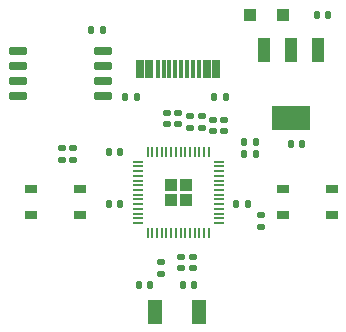
<source format=gbr>
%TF.GenerationSoftware,KiCad,Pcbnew,(6.0.4)*%
%TF.CreationDate,2022-07-20T20:12:39-04:00*%
%TF.ProjectId,Palette_Chip_KiCAD,50616c65-7474-4655-9f43-6869705f4b69,rev?*%
%TF.SameCoordinates,Original*%
%TF.FileFunction,Paste,Top*%
%TF.FilePolarity,Positive*%
%FSLAX46Y46*%
G04 Gerber Fmt 4.6, Leading zero omitted, Abs format (unit mm)*
G04 Created by KiCad (PCBNEW (6.0.4)) date 2022-07-20 20:12:39*
%MOMM*%
%LPD*%
G01*
G04 APERTURE LIST*
G04 Aperture macros list*
%AMRoundRect*
0 Rectangle with rounded corners*
0 $1 Rounding radius*
0 $2 $3 $4 $5 $6 $7 $8 $9 X,Y pos of 4 corners*
0 Add a 4 corners polygon primitive as box body*
4,1,4,$2,$3,$4,$5,$6,$7,$8,$9,$2,$3,0*
0 Add four circle primitives for the rounded corners*
1,1,$1+$1,$2,$3*
1,1,$1+$1,$4,$5*
1,1,$1+$1,$6,$7*
1,1,$1+$1,$8,$9*
0 Add four rect primitives between the rounded corners*
20,1,$1+$1,$2,$3,$4,$5,0*
20,1,$1+$1,$4,$5,$6,$7,0*
20,1,$1+$1,$6,$7,$8,$9,0*
20,1,$1+$1,$8,$9,$2,$3,0*%
G04 Aperture macros list end*
%ADD10R,1.100000X1.100000*%
%ADD11RoundRect,0.140000X-0.140000X-0.170000X0.140000X-0.170000X0.140000X0.170000X-0.140000X0.170000X0*%
%ADD12RoundRect,0.135000X0.185000X-0.135000X0.185000X0.135000X-0.185000X0.135000X-0.185000X-0.135000X0*%
%ADD13R,1.295400X2.006600*%
%ADD14RoundRect,0.050000X0.300000X0.725000X-0.300000X0.725000X-0.300000X-0.725000X0.300000X-0.725000X0*%
%ADD15RoundRect,0.050000X0.150000X0.725000X-0.150000X0.725000X-0.150000X-0.725000X0.150000X-0.725000X0*%
%ADD16RoundRect,0.140000X0.140000X0.170000X-0.140000X0.170000X-0.140000X-0.170000X0.140000X-0.170000X0*%
%ADD17RoundRect,0.135000X-0.185000X0.135000X-0.185000X-0.135000X0.185000X-0.135000X0.185000X0.135000X0*%
%ADD18R,1.050000X0.650000*%
%ADD19RoundRect,0.150000X-0.650000X-0.150000X0.650000X-0.150000X0.650000X0.150000X-0.650000X0.150000X0*%
%ADD20RoundRect,0.140000X-0.170000X0.140000X-0.170000X-0.140000X0.170000X-0.140000X0.170000X0.140000X0*%
%ADD21RoundRect,0.135000X0.135000X0.185000X-0.135000X0.185000X-0.135000X-0.185000X0.135000X-0.185000X0*%
%ADD22RoundRect,0.250000X-0.292217X-0.292217X0.292217X-0.292217X0.292217X0.292217X-0.292217X0.292217X0*%
%ADD23RoundRect,0.050000X-0.387500X-0.050000X0.387500X-0.050000X0.387500X0.050000X-0.387500X0.050000X0*%
%ADD24RoundRect,0.050000X-0.050000X-0.387500X0.050000X-0.387500X0.050000X0.387500X-0.050000X0.387500X0*%
%ADD25RoundRect,0.140000X0.170000X-0.140000X0.170000X0.140000X-0.170000X0.140000X-0.170000X-0.140000X0*%
%ADD26R,1.000000X2.150000*%
%ADD27R,3.250000X2.150000*%
%ADD28RoundRect,0.135000X-0.135000X-0.185000X0.135000X-0.185000X0.135000X0.185000X-0.135000X0.185000X0*%
G04 APERTURE END LIST*
D10*
%TO.C,D14*%
X152275000Y-79450000D03*
X149475000Y-79450000D03*
%TD*%
D11*
%TO.C,C15*%
X152945000Y-90380000D03*
X153905000Y-90380000D03*
%TD*%
D12*
%TO.C,R3*%
X133520000Y-91780000D03*
X133520000Y-90760000D03*
%TD*%
D13*
%TO.C,Y1*%
X145157300Y-104645100D03*
X141452700Y-104645100D03*
%TD*%
D14*
%TO.C,USB1*%
X146630000Y-84062500D03*
X145855000Y-84062500D03*
D15*
X145155000Y-84062500D03*
X144655000Y-84062500D03*
X144155000Y-84062500D03*
X143655000Y-84062500D03*
X143155000Y-84062500D03*
X142655000Y-84062500D03*
X142155000Y-84062500D03*
X141655000Y-84062500D03*
D14*
X140955000Y-84062500D03*
X140180000Y-84062500D03*
%TD*%
D11*
%TO.C,C12*%
X148995000Y-91217500D03*
X149955000Y-91217500D03*
%TD*%
D16*
%TO.C,C16*%
X137005000Y-80790000D03*
X136045000Y-80790000D03*
%TD*%
%TO.C,C10*%
X138485000Y-95497500D03*
X137525000Y-95497500D03*
%TD*%
D17*
%TO.C,R1*%
X141965000Y-100370000D03*
X141965000Y-101390000D03*
%TD*%
D11*
%TO.C,C9*%
X148305000Y-95500000D03*
X149265000Y-95500000D03*
%TD*%
D18*
%TO.C,S2*%
X152245000Y-94225000D03*
X156395000Y-94225000D03*
X152245000Y-96375000D03*
X156395000Y-96375000D03*
%TD*%
D12*
%TO.C,R4*%
X134500000Y-91780000D03*
X134500000Y-90760000D03*
%TD*%
D19*
%TO.C,U2*%
X129805000Y-82525000D03*
X129805000Y-83795000D03*
X129805000Y-85065000D03*
X129805000Y-86335000D03*
X137005000Y-86335000D03*
X137005000Y-85065000D03*
X137005000Y-83795000D03*
X137005000Y-82525000D03*
%TD*%
D20*
%TO.C,C11*%
X143595000Y-99930000D03*
X143595000Y-100890000D03*
%TD*%
D17*
%TO.C,R7*%
X145375000Y-88055000D03*
X145375000Y-89075000D03*
%TD*%
D12*
%TO.C,R2*%
X150440000Y-97400000D03*
X150440000Y-96380000D03*
%TD*%
D16*
%TO.C,C3*%
X144725000Y-102320000D03*
X143765000Y-102320000D03*
%TD*%
D11*
%TO.C,C14*%
X155125000Y-79440000D03*
X156085000Y-79440000D03*
%TD*%
D21*
%TO.C,R5*%
X139885000Y-86440000D03*
X138865000Y-86440000D03*
%TD*%
D12*
%TO.C,R8*%
X144395000Y-89075000D03*
X144395000Y-88055000D03*
%TD*%
D22*
%TO.C,U1*%
X142757500Y-95135000D03*
X144032500Y-93860000D03*
X144032500Y-95135000D03*
X142757500Y-93860000D03*
D23*
X139957500Y-91897500D03*
X139957500Y-92297500D03*
X139957500Y-92697500D03*
X139957500Y-93097500D03*
X139957500Y-93497500D03*
X139957500Y-93897500D03*
X139957500Y-94297500D03*
X139957500Y-94697500D03*
X139957500Y-95097500D03*
X139957500Y-95497500D03*
X139957500Y-95897500D03*
X139957500Y-96297500D03*
X139957500Y-96697500D03*
X139957500Y-97097500D03*
D24*
X140795000Y-97935000D03*
X141195000Y-97935000D03*
X141595000Y-97935000D03*
X141995000Y-97935000D03*
X142395000Y-97935000D03*
X142795000Y-97935000D03*
X143195000Y-97935000D03*
X143595000Y-97935000D03*
X143995000Y-97935000D03*
X144395000Y-97935000D03*
X144795000Y-97935000D03*
X145195000Y-97935000D03*
X145595000Y-97935000D03*
X145995000Y-97935000D03*
D23*
X146832500Y-97097500D03*
X146832500Y-96697500D03*
X146832500Y-96297500D03*
X146832500Y-95897500D03*
X146832500Y-95497500D03*
X146832500Y-95097500D03*
X146832500Y-94697500D03*
X146832500Y-94297500D03*
X146832500Y-93897500D03*
X146832500Y-93497500D03*
X146832500Y-93097500D03*
X146832500Y-92697500D03*
X146832500Y-92297500D03*
X146832500Y-91897500D03*
D24*
X145995000Y-91060000D03*
X145595000Y-91060000D03*
X145195000Y-91060000D03*
X144795000Y-91060000D03*
X144395000Y-91060000D03*
X143995000Y-91060000D03*
X143595000Y-91060000D03*
X143195000Y-91060000D03*
X142795000Y-91060000D03*
X142395000Y-91060000D03*
X141995000Y-91060000D03*
X141595000Y-91060000D03*
X141195000Y-91060000D03*
X140795000Y-91060000D03*
%TD*%
D11*
%TO.C,C2*%
X140035000Y-102320000D03*
X140995000Y-102320000D03*
%TD*%
D16*
%TO.C,C8*%
X138485000Y-91097500D03*
X137525000Y-91097500D03*
%TD*%
D25*
%TO.C,C6*%
X143415000Y-88740000D03*
X143415000Y-87780000D03*
%TD*%
%TO.C,C7*%
X147305000Y-89315000D03*
X147305000Y-88355000D03*
%TD*%
D18*
%TO.C,S1*%
X130935000Y-94240000D03*
X135085000Y-94240000D03*
X130935000Y-96390000D03*
X135085000Y-96390000D03*
%TD*%
D25*
%TO.C,C1*%
X142455000Y-88742500D03*
X142455000Y-87782500D03*
%TD*%
D11*
%TO.C,C13*%
X148995000Y-90257500D03*
X149955000Y-90257500D03*
%TD*%
D26*
%TO.C,IC1*%
X155240750Y-82440000D03*
X152940750Y-82440000D03*
X150640750Y-82440000D03*
D27*
X152940750Y-88240000D03*
%TD*%
D25*
%TO.C,C5*%
X146345000Y-89315000D03*
X146345000Y-88355000D03*
%TD*%
D28*
%TO.C,R6*%
X146425000Y-86440000D03*
X147445000Y-86440000D03*
%TD*%
D20*
%TO.C,C4*%
X144675000Y-99930000D03*
X144675000Y-100890000D03*
%TD*%
M02*

</source>
